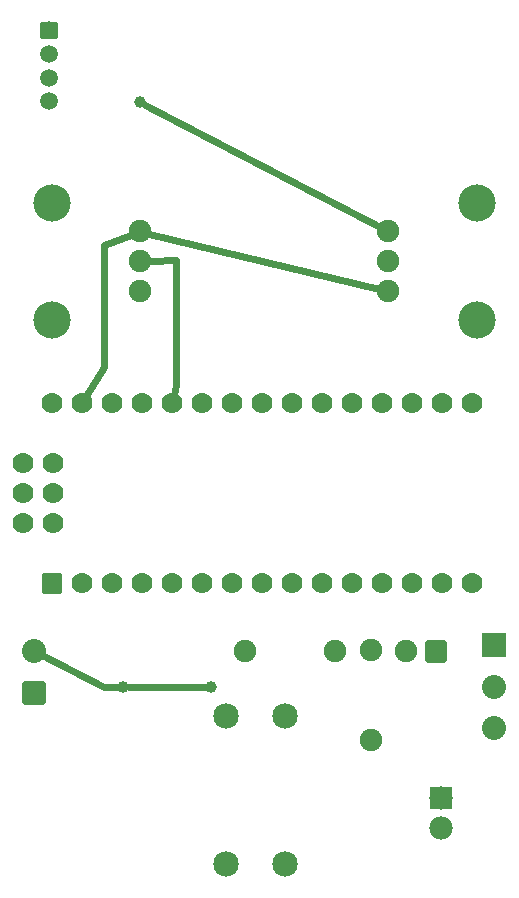
<source format=gtl>
G04 MADE WITH FRITZING*
G04 WWW.FRITZING.ORG*
G04 DOUBLE SIDED*
G04 HOLES PLATED*
G04 CONTOUR ON CENTER OF CONTOUR VECTOR*
%ASAXBY*%
%FSLAX23Y23*%
%MOIN*%
%OFA0B0*%
%SFA1.0B1.0*%
%ADD10C,0.070000*%
%ADD11C,0.039370*%
%ADD12C,0.080000*%
%ADD13C,0.075000*%
%ADD14C,0.078000*%
%ADD15C,0.059200*%
%ADD16C,0.085000*%
%ADD17C,0.074667*%
%ADD18C,0.074695*%
%ADD19C,0.124033*%
%ADD20R,0.080000X0.080000*%
%ADD21R,0.078000X0.078000*%
%ADD22C,0.024000*%
%ADD23C,0.017000*%
%ADD24C,0.020000*%
%ADD25C,0.013600*%
%LNCOPPER1*%
G90*
G70*
G54D10*
X194Y1011D03*
X294Y1011D03*
X394Y1011D03*
X494Y1011D03*
X594Y1011D03*
X694Y1011D03*
X794Y1011D03*
X894Y1011D03*
X994Y1011D03*
X1094Y1011D03*
X1194Y1011D03*
X1294Y1011D03*
X1394Y1011D03*
X1494Y1011D03*
X1594Y1011D03*
X194Y1611D03*
X294Y1611D03*
X394Y1611D03*
X494Y1611D03*
X594Y1611D03*
X694Y1611D03*
X794Y1611D03*
X894Y1611D03*
X994Y1611D03*
X1094Y1611D03*
X1194Y1611D03*
X1294Y1611D03*
X1394Y1611D03*
X1494Y1611D03*
X1594Y1611D03*
X98Y1211D03*
X198Y1211D03*
X98Y1311D03*
X198Y1311D03*
X98Y1411D03*
X198Y1411D03*
G54D11*
X488Y2614D03*
G54D12*
X1670Y804D03*
X1670Y666D03*
X1670Y528D03*
X135Y646D03*
X135Y784D03*
G54D11*
X432Y665D03*
G54D13*
X1475Y784D03*
X1375Y784D03*
X839Y784D03*
X1139Y784D03*
X1257Y789D03*
X1257Y489D03*
G54D14*
X1493Y293D03*
X1493Y193D03*
G54D11*
X726Y664D03*
G54D15*
X184Y2853D03*
X184Y2617D03*
X184Y2695D03*
X184Y2774D03*
G54D16*
X972Y567D03*
X775Y567D03*
X775Y75D03*
X972Y75D03*
X972Y567D03*
X775Y567D03*
X775Y75D03*
X972Y75D03*
G54D17*
X489Y1983D03*
X489Y2083D03*
G54D18*
X489Y2183D03*
G54D19*
X194Y1889D03*
X194Y2277D03*
G54D17*
X1316Y2183D03*
X1316Y2083D03*
G54D18*
X1316Y1983D03*
G54D19*
X1611Y2277D03*
X1611Y1889D03*
G54D20*
X1670Y804D03*
G54D21*
X1493Y293D03*
G54D22*
X451Y665D02*
X707Y664D01*
D02*
X1288Y2198D02*
X505Y2605D01*
D02*
X520Y2176D02*
X1285Y1991D01*
D02*
X370Y1731D02*
X309Y1635D01*
D02*
X370Y2139D02*
X370Y1731D01*
D02*
X459Y2172D02*
X370Y2139D01*
D02*
X370Y664D02*
X163Y770D01*
D02*
X413Y665D02*
X370Y664D01*
D02*
X609Y1670D02*
X607Y2087D01*
D02*
X607Y2087D02*
X521Y2084D01*
D02*
X601Y1639D02*
X609Y1670D01*
G54D23*
X167Y1037D02*
X220Y1037D01*
X220Y984D01*
X167Y984D01*
X167Y1037D01*
D02*
G54D24*
X105Y616D02*
X105Y676D01*
X165Y676D01*
X165Y616D01*
X105Y616D01*
D02*
X1447Y756D02*
X1447Y811D01*
X1502Y811D01*
X1502Y756D01*
X1447Y756D01*
D02*
G54D25*
X161Y2876D02*
X207Y2876D01*
X207Y2830D01*
X161Y2830D01*
X161Y2876D01*
D02*
G04 End of Copper1*
M02*
</source>
